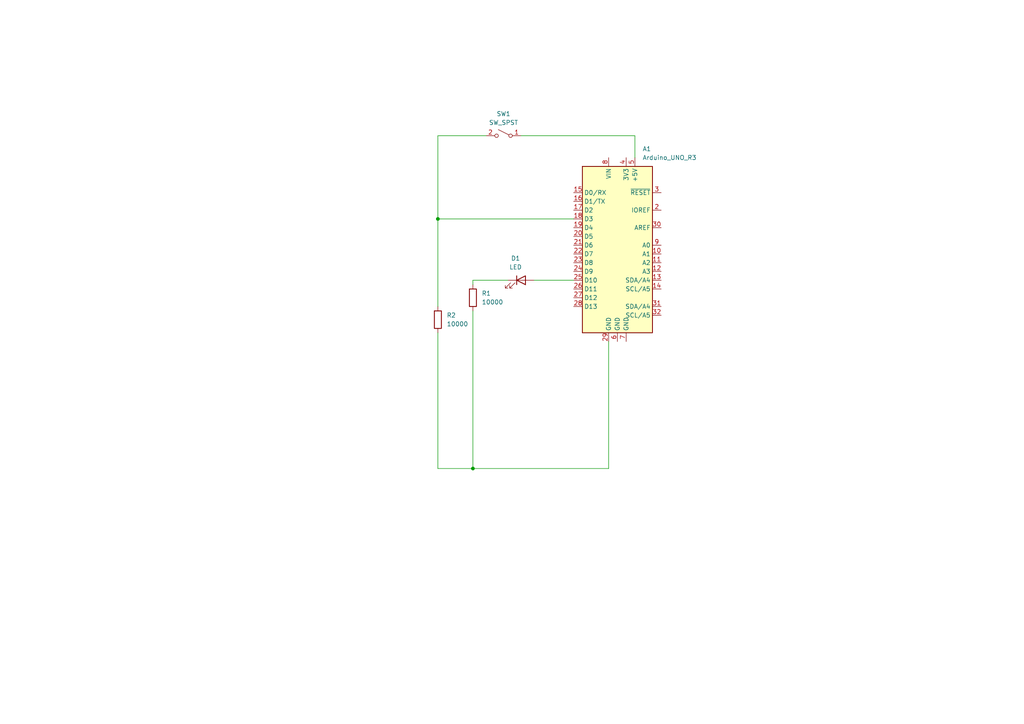
<source format=kicad_sch>
(kicad_sch (version 20230121) (generator eeschema)
  (paper "A4")
  (lib_symbols
    (symbol "Device:LED" (pin_numbers hide) (pin_names (offset 1.016) hide)
      (property "Reference" "D" (at 0 2.54 0))
      (property "Value" "LED" (at 0 -2.54 0))
      (symbol "LED_0_1"
        (polyline (pts (xy -1.27 -1.27) (xy -1.27 1.27)) (stroke (width 0.254)))
        (polyline (pts (xy -1.27 0) (xy 1.27 0)))
        (polyline (pts (xy 1.27 -1.27) (xy 1.27 1.27) (xy -1.27 0) (xy 1.27 -1.27)) (stroke (width 0.254)))
        (polyline (pts (xy -3.048 -0.762) (xy -4.572 -2.286) (xy -3.81 -2.286) (xy -4.572 -2.286) (xy -4.572 -1.524)))
        (polyline (pts (xy -1.778 -0.762) (xy -3.302 -2.286) (xy -2.54 -2.286) (xy -3.302 -2.286) (xy -3.302 -1.524)))
      )
      (symbol "LED_1_1"
        (pin passive line (at -3.81 0 0) (length 2.54) (name "K") (number "1"))
        (pin passive line (at 3.81 0 180) (length 2.54) (name "A") (number "2"))
      )
    )
    (symbol "Device:R" (pin_numbers hide) (pin_names (offset 0))
      (property "Reference" "R" (at 2.032 0 90))
      (property "Value" "R" (at 0 0 90))
      (symbol "R_0_1"
        (rectangle (start -1.016 -2.54) (end 1.016 2.54) (stroke (width 0.254)))
      )
      (symbol "R_1_1"
        (pin passive line (at 0 3.81 270) (length 1.27) (name "~") (number "1"))
        (pin passive line (at 0 -3.81 90) (length 1.27) (name "~") (number "2"))
      )
    )
    (symbol "MCU_Module:Arduino_UNO_R3"
      (property "Reference" "A" (at -10.16 23.495 0))
      (property "Value" "Arduino_UNO_R3" (at 5.08 -26.67 0))
      (symbol "Arduino_UNO_R3_0_1"
        (rectangle (start -10.16 22.86) (end 10.16 -25.4) (stroke (width 0.254)) (fill (type background)))
      )
      (symbol "Arduino_UNO_R3_1_1"
        (pin no_connect line (at -10.16 -20.32 0) (length 2.54) hide (name "NC") (number "1"))
        (pin bidirectional line (at 12.7 -2.54 180) (length 2.54) (name "A1") (number "10"))
        (pin bidirectional line (at 12.7 -5.08 180) (length 2.54) (name "A2") (number "11"))
        (pin bidirectional line (at 12.7 -7.62 180) (length 2.54) (name "A3") (number "12"))
        (pin bidirectional line (at 12.7 -10.16 180) (length 2.54) (name "SDA/A4") (number "13"))
        (pin bidirectional line (at 12.7 -12.7 180) (length 2.54) (name "SCL/A5") (number "14"))
        (pin bidirectional line (at -12.7 15.24 0) (length 2.54) (name "D0/RX") (number "15"))
        (pin bidirectional line (at -12.7 12.7 0) (length 2.54) (name "D1/TX") (number "16"))
        (pin bidirectional line (at -12.7 10.16 0) (length 2.54) (name "D2") (number "17"))
        (pin bidirectional line (at -12.7 7.62 0) (length 2.54) (name "D3") (number "18"))
        (pin bidirectional line (at -12.7 5.08 0) (length 2.54) (name "D4") (number "19"))
        (pin output line (at 12.7 10.16 180) (length 2.54) (name "IOREF") (number "2"))
        (pin bidirectional line (at -12.7 2.54 0) (length 2.54) (name "D5") (number "20"))
        (pin bidirectional line (at -12.7 0 0) (length 2.54) (name "D6") (number "21"))
        (pin bidirectional line (at -12.7 -2.54 0) (length 2.54) (name "D7") (number "22"))
        (pin bidirectional line (at -12.7 -5.08 0) (length 2.54) (name "D8") (number "23"))
        (pin bidirectional line (at -12.7 -7.62 0) (length 2.54) (name "D9") (number "24"))
        (pin bidirectional line (at -12.7 -10.16 0) (length 2.54) (name "D10") (number "25"))
        (pin bidirectional line (at -12.7 -12.7 0) (length 2.54) (name "D11") (number "26"))
        (pin bidirectional line (at -12.7 -15.24 0) (length 2.54) (name "D12") (number "27"))
        (pin bidirectional line (at -12.7 -17.78 0) (length 2.54) (name "D13") (number "28"))
        (pin power_in line (at -2.54 -27.94 90) (length 2.54) (name "GND") (number "29"))
        (pin input line (at 12.7 15.24 180) (length 2.54) (name "~{RESET}") (number "3"))
        (pin input line (at 12.7 5.08 180) (length 2.54) (name "AREF") (number "30"))
        (pin bidirectional line (at 12.7 -17.78 180) (length 2.54) (name "SDA/A4") (number "31"))
        (pin bidirectional line (at 12.7 -20.32 180) (length 2.54) (name "SCL/A5") (number "32"))
        (pin power_out line (at 2.54 25.4 270) (length 2.54) (name "3V3") (number "4"))
        (pin power_out line (at 5.08 25.4 270) (length 2.54) (name "+5V") (number "5"))
        (pin power_in line (at 0 -27.94 90) (length 2.54) (name "GND") (number "6"))
        (pin power_in line (at 2.54 -27.94 90) (length 2.54) (name "GND") (number "7"))
        (pin power_in line (at -2.54 25.4 270) (length 2.54) (name "VIN") (number "8"))
        (pin bidirectional line (at 12.7 0 180) (length 2.54) (name "A0") (number "9"))
      )
    )
    (symbol "Switch:SW_SPST" (pin_names (offset 0) hide)
      (property "Reference" "SW" (at 0 3.175 0))
      (property "Value" "SW_SPST" (at 0 -2.54 0))
      (symbol "SW_SPST_0_0"
        (circle (center -2.032 0) (radius 0.508))
        (polyline (pts (xy -1.524 0.254) (xy 1.524 1.778)))
        (circle (center 2.032 0) (radius 0.508))
      )
      (symbol "SW_SPST_1_1"
        (pin passive line (at -5.08 0 0) (length 2.54) (name "A") (number "1"))
        (pin passive line (at 5.08 0 180) (length 2.54) (name "B") (number "2"))
      )
    )
  )
  (junction (at 127 63.5))
  (junction (at 137.16 135.89))
  (wire (pts (xy 127 96.52) (xy 127 135.89)))
  (wire (pts (xy 154.94 81.28) (xy 166.37 81.28)))
  (wire (pts (xy 140.97 39.37) (xy 127 39.37)))
  (wire (pts (xy 137.16 82.55) (xy 137.16 81.28)))
  (wire (pts (xy 127 63.5) (xy 127 88.9)))
  (wire (pts (xy 176.53 135.89) (xy 176.53 99.06)))
  (wire (pts (xy 184.15 45.72) (xy 184.15 39.37)))
  (wire (pts (xy 127 39.37) (xy 127 63.5)))
  (wire (pts (xy 137.16 135.89) (xy 176.53 135.89)))
  (wire (pts (xy 127 135.89) (xy 137.16 135.89)))
  (wire (pts (xy 184.15 39.37) (xy 151.13 39.37)))
  (wire (pts (xy 127 63.5) (xy 166.37 63.5)))
  (wire (pts (xy 137.16 81.28) (xy 147.32 81.28)))
  (wire (pts (xy 137.16 90.17) (xy 137.16 135.89)))
  (symbol (lib_id "Device:R") (at 127 92.71 0) (unit 1)
    (property "Reference" "R2" (at 129.54 91.44 0) (effects (justify left)))
    (property "Value" "10000" (at 129.54 93.98 0) (effects (justify left)))
  )
  (symbol (lib_id "Device:LED") (at 151.13 81.28 0) (unit 1)
    (property "Reference" "D1" (at 149.5425 74.93 0))
    (property "Value" "LED" (at 149.5425 77.47 0))
  )
  (symbol (lib_id "Device:R") (at 137.16 86.36 0) (unit 1)
    (property "Reference" "R1" (at 139.7 85.09 0) (effects (justify left)))
    (property "Value" "10000" (at 139.7 87.63 0) (effects (justify left)))
  )
  (symbol (lib_id "MCU_Module:Arduino_UNO_R3") (at 179.07 71.12 0) (unit 1)
    (property "Reference" "A1" (at 186.3441 43.18 0) (effects (justify left)))
    (property "Value" "Arduino_UNO_R3" (at 186.3441 45.72 0) (effects (justify left)))
    (property "Footprint" "Module:Arduino_UNO_R3" (effects hide))
    (property "Datasheet" "https://www.arduino.cc/en/Main/arduinoBoardUno" (effects hide))
  )
  (symbol (lib_id "Switch:SW_SPST") (at 146.05 39.37 0) (mirror y) (unit 1)
    (property "Reference" "SW1" (at 146.05 33.02 0))
    (property "Value" "SW_SPST" (at 146.05 35.56 0))
  )
)
</source>
